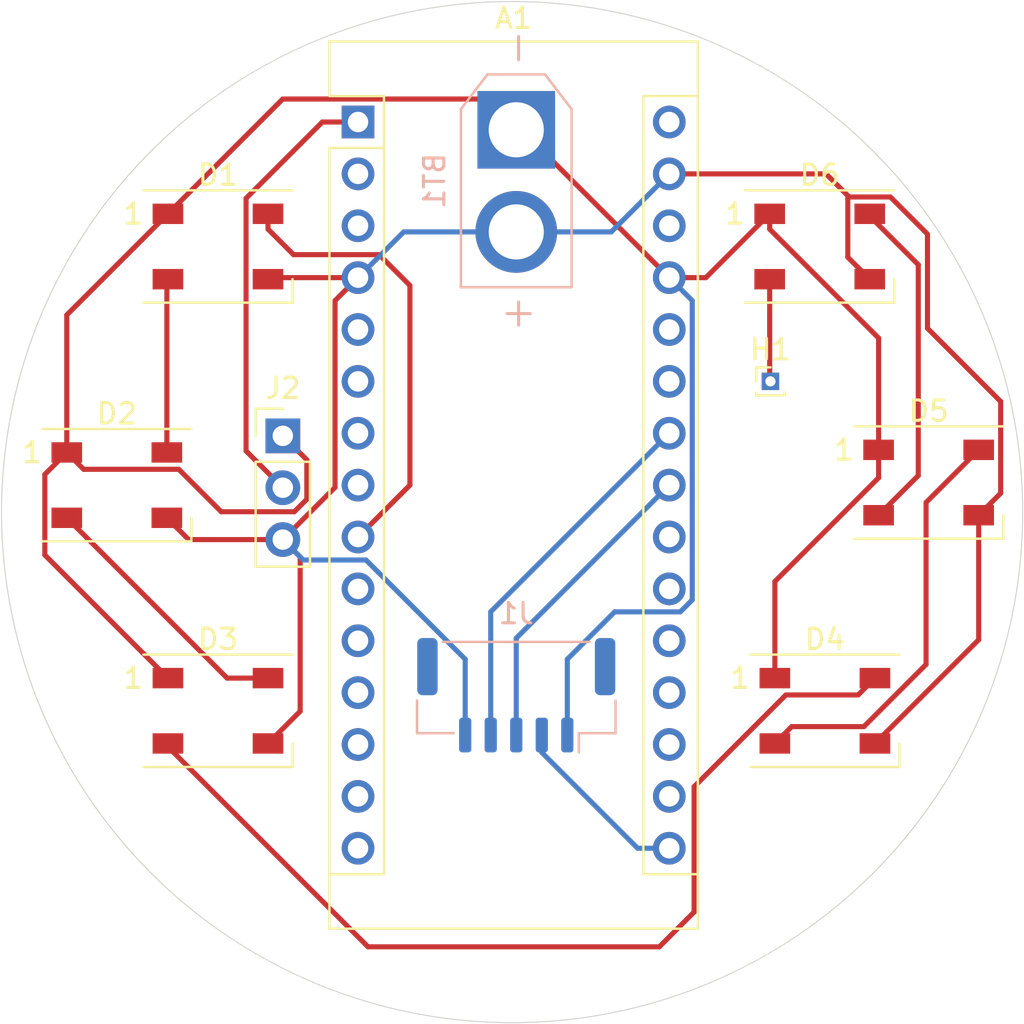
<source format=kicad_pcb>
(kicad_pcb (version 20171130) (host pcbnew "(5.1.6)-1")

  (general
    (thickness 1.6)
    (drawings 2)
    (tracks 102)
    (zones 0)
    (modules 11)
    (nets 36)
  )

  (page A4)
  (layers
    (0 F.Cu signal)
    (31 B.Cu signal)
    (32 B.Adhes user)
    (33 F.Adhes user)
    (34 B.Paste user)
    (35 F.Paste user)
    (36 B.SilkS user)
    (37 F.SilkS user)
    (38 B.Mask user)
    (39 F.Mask user)
    (40 Dwgs.User user)
    (41 Cmts.User user)
    (42 Eco1.User user)
    (43 Eco2.User user)
    (44 Edge.Cuts user)
    (45 Margin user)
    (46 B.CrtYd user)
    (47 F.CrtYd user)
    (48 B.Fab user)
    (49 F.Fab user)
  )

  (setup
    (last_trace_width 0.25)
    (trace_clearance 0.2)
    (zone_clearance 0.508)
    (zone_45_only no)
    (trace_min 0.2)
    (via_size 0.8)
    (via_drill 0.4)
    (via_min_size 0.4)
    (via_min_drill 0.3)
    (uvia_size 0.3)
    (uvia_drill 0.1)
    (uvias_allowed no)
    (uvia_min_size 0.2)
    (uvia_min_drill 0.1)
    (edge_width 0.05)
    (segment_width 0.2)
    (pcb_text_width 0.3)
    (pcb_text_size 1.5 1.5)
    (mod_edge_width 0.12)
    (mod_text_size 1 1)
    (mod_text_width 0.15)
    (pad_size 1.524 1.524)
    (pad_drill 0.762)
    (pad_to_mask_clearance 0.05)
    (aux_axis_origin 0 0)
    (visible_elements 7FFFEFFF)
    (pcbplotparams
      (layerselection 0x010fc_ffffffff)
      (usegerberextensions false)
      (usegerberattributes true)
      (usegerberadvancedattributes true)
      (creategerberjobfile true)
      (excludeedgelayer true)
      (linewidth 0.100000)
      (plotframeref false)
      (viasonmask false)
      (mode 1)
      (useauxorigin false)
      (hpglpennumber 1)
      (hpglpenspeed 20)
      (hpglpendiameter 15.000000)
      (psnegative false)
      (psa4output false)
      (plotreference true)
      (plotvalue true)
      (plotinvisibletext false)
      (padsonsilk false)
      (subtractmaskfromsilk false)
      (outputformat 1)
      (mirror false)
      (drillshape 1)
      (scaleselection 1)
      (outputdirectory ""))
  )

  (net 0 "")
  (net 1 /SCK)
  (net 2 "Net-(A1-Pad15)")
  (net 3 "Net-(A1-Pad30)")
  (net 4 "Net-(A1-Pad14)")
  (net 5 GND)
  (net 6 "Net-(A1-Pad13)")
  (net 7 "Net-(A1-Pad28)")
  (net 8 "Net-(A1-Pad12)")
  (net 9 +5V)
  (net 10 /NFC2)
  (net 11 "Net-(A1-Pad26)")
  (net 12 /NFC1)
  (net 13 "Net-(A1-Pad25)")
  (net 14 /RGBW)
  (net 15 /SCL)
  (net 16 "Net-(A1-Pad8)")
  (net 17 /SDA)
  (net 18 "Net-(A1-Pad7)")
  (net 19 "Net-(A1-Pad22)")
  (net 20 "Net-(A1-Pad6)")
  (net 21 "Net-(A1-Pad21)")
  (net 22 "Net-(A1-Pad5)")
  (net 23 "Net-(A1-Pad20)")
  (net 24 "Net-(A1-Pad19)")
  (net 25 "Net-(A1-Pad3)")
  (net 26 "Net-(A1-Pad18)")
  (net 27 "Net-(A1-Pad2)")
  (net 28 "Net-(A1-Pad17)")
  (net 29 /VibrationMotor)
  (net 30 "Net-(D1-Pad2)")
  (net 31 "Net-(D2-Pad2)")
  (net 32 "Net-(D3-Pad2)")
  (net 33 "Net-(D4-Pad2)")
  (net 34 "Net-(D5-Pad2)")
  (net 35 "Net-(D6-Pad2)")

  (net_class Default "This is the default net class."
    (clearance 0.2)
    (trace_width 0.25)
    (via_dia 0.8)
    (via_drill 0.4)
    (uvia_dia 0.3)
    (uvia_drill 0.1)
    (add_net +5V)
    (add_net /NFC1)
    (add_net /NFC2)
    (add_net /RGBW)
    (add_net /SCK)
    (add_net /SCL)
    (add_net /SDA)
    (add_net /VibrationMotor)
    (add_net GND)
    (add_net "Net-(A1-Pad12)")
    (add_net "Net-(A1-Pad13)")
    (add_net "Net-(A1-Pad14)")
    (add_net "Net-(A1-Pad15)")
    (add_net "Net-(A1-Pad17)")
    (add_net "Net-(A1-Pad18)")
    (add_net "Net-(A1-Pad19)")
    (add_net "Net-(A1-Pad2)")
    (add_net "Net-(A1-Pad20)")
    (add_net "Net-(A1-Pad21)")
    (add_net "Net-(A1-Pad22)")
    (add_net "Net-(A1-Pad25)")
    (add_net "Net-(A1-Pad26)")
    (add_net "Net-(A1-Pad28)")
    (add_net "Net-(A1-Pad3)")
    (add_net "Net-(A1-Pad30)")
    (add_net "Net-(A1-Pad5)")
    (add_net "Net-(A1-Pad6)")
    (add_net "Net-(A1-Pad7)")
    (add_net "Net-(A1-Pad8)")
    (add_net "Net-(D1-Pad2)")
    (add_net "Net-(D2-Pad2)")
    (add_net "Net-(D3-Pad2)")
    (add_net "Net-(D4-Pad2)")
    (add_net "Net-(D5-Pad2)")
    (add_net "Net-(D6-Pad2)")
  )

  (module Connector_PinHeader_2.54mm:PinHeader_1x03_P2.54mm_Vertical (layer F.Cu) (tedit 59FED5CC) (tstamp 5F60D670)
    (at 88.773 96.266)
    (descr "Through hole straight pin header, 1x03, 2.54mm pitch, single row")
    (tags "Through hole pin header THT 1x03 2.54mm single row")
    (path /5F60CF12)
    (fp_text reference J2 (at 0 -2.33) (layer F.SilkS)
      (effects (font (size 1 1) (thickness 0.15)))
    )
    (fp_text value Conn_01x03_Female_VibrationMotor (at 0 7.41) (layer F.Fab)
      (effects (font (size 1 1) (thickness 0.15)))
    )
    (fp_line (start 1.8 -1.8) (end -1.8 -1.8) (layer F.CrtYd) (width 0.05))
    (fp_line (start 1.8 6.85) (end 1.8 -1.8) (layer F.CrtYd) (width 0.05))
    (fp_line (start -1.8 6.85) (end 1.8 6.85) (layer F.CrtYd) (width 0.05))
    (fp_line (start -1.8 -1.8) (end -1.8 6.85) (layer F.CrtYd) (width 0.05))
    (fp_line (start -1.33 -1.33) (end 0 -1.33) (layer F.SilkS) (width 0.12))
    (fp_line (start -1.33 0) (end -1.33 -1.33) (layer F.SilkS) (width 0.12))
    (fp_line (start -1.33 1.27) (end 1.33 1.27) (layer F.SilkS) (width 0.12))
    (fp_line (start 1.33 1.27) (end 1.33 6.41) (layer F.SilkS) (width 0.12))
    (fp_line (start -1.33 1.27) (end -1.33 6.41) (layer F.SilkS) (width 0.12))
    (fp_line (start -1.33 6.41) (end 1.33 6.41) (layer F.SilkS) (width 0.12))
    (fp_line (start -1.27 -0.635) (end -0.635 -1.27) (layer F.Fab) (width 0.1))
    (fp_line (start -1.27 6.35) (end -1.27 -0.635) (layer F.Fab) (width 0.1))
    (fp_line (start 1.27 6.35) (end -1.27 6.35) (layer F.Fab) (width 0.1))
    (fp_line (start 1.27 -1.27) (end 1.27 6.35) (layer F.Fab) (width 0.1))
    (fp_line (start -0.635 -1.27) (end 1.27 -1.27) (layer F.Fab) (width 0.1))
    (fp_text user %R (at 0 2.54 90) (layer F.Fab)
      (effects (font (size 1 1) (thickness 0.15)))
    )
    (pad 3 thru_hole oval (at 0 5.08) (size 1.7 1.7) (drill 1) (layers *.Cu *.Mask)
      (net 5 GND))
    (pad 2 thru_hole oval (at 0 2.54) (size 1.7 1.7) (drill 1) (layers *.Cu *.Mask)
      (net 29 /VibrationMotor))
    (pad 1 thru_hole rect (at 0 0) (size 1.7 1.7) (drill 1) (layers *.Cu *.Mask)
      (net 9 +5V))
    (model ${KISYS3DMOD}/Connector_PinHeader_2.54mm.3dshapes/PinHeader_1x03_P2.54mm_Vertical.wrl
      (at (xyz 0 0 0))
      (scale (xyz 1 1 1))
      (rotate (xyz 0 0 0))
    )
  )

  (module Connector_JST:JST_GH_BM05B-GHS-TBT_1x05-1MP_P1.25mm_Vertical (layer B.Cu) (tedit 5B78AD87) (tstamp 5F60D659)
    (at 100.203 108.966 180)
    (descr "JST GH series connector, BM05B-GHS-TBT (http://www.jst-mfg.com/product/pdf/eng/eGH.pdf), generated with kicad-footprint-generator")
    (tags "connector JST GH side entry")
    (path /5F618F19)
    (attr smd)
    (fp_text reference J1 (at 0 4) (layer B.SilkS)
      (effects (font (size 1 1) (thickness 0.15)) (justify mirror))
    )
    (fp_text value Conn_01x05_NFC (at 0 -4) (layer B.Fab)
      (effects (font (size 1 1) (thickness 0.15)) (justify mirror))
    )
    (fp_line (start -2.5 -1.042893) (end -2 -1.75) (layer B.Fab) (width 0.1))
    (fp_line (start -3 -1.75) (end -2.5 -1.042893) (layer B.Fab) (width 0.1))
    (fp_line (start 5.35 3.3) (end -5.35 3.3) (layer B.CrtYd) (width 0.05))
    (fp_line (start 5.35 -3.3) (end 5.35 3.3) (layer B.CrtYd) (width 0.05))
    (fp_line (start -5.35 -3.3) (end 5.35 -3.3) (layer B.CrtYd) (width 0.05))
    (fp_line (start -5.35 3.3) (end -5.35 -3.3) (layer B.CrtYd) (width 0.05))
    (fp_line (start 2.75 0.5) (end 2.25 0.5) (layer B.Fab) (width 0.1))
    (fp_line (start 2.75 0) (end 2.75 0.5) (layer B.Fab) (width 0.1))
    (fp_line (start 2.25 0) (end 2.75 0) (layer B.Fab) (width 0.1))
    (fp_line (start 2.25 0.5) (end 2.25 0) (layer B.Fab) (width 0.1))
    (fp_line (start 1.5 0.5) (end 1 0.5) (layer B.Fab) (width 0.1))
    (fp_line (start 1.5 0) (end 1.5 0.5) (layer B.Fab) (width 0.1))
    (fp_line (start 1 0) (end 1.5 0) (layer B.Fab) (width 0.1))
    (fp_line (start 1 0.5) (end 1 0) (layer B.Fab) (width 0.1))
    (fp_line (start 0.25 0.5) (end -0.25 0.5) (layer B.Fab) (width 0.1))
    (fp_line (start 0.25 0) (end 0.25 0.5) (layer B.Fab) (width 0.1))
    (fp_line (start -0.25 0) (end 0.25 0) (layer B.Fab) (width 0.1))
    (fp_line (start -0.25 0.5) (end -0.25 0) (layer B.Fab) (width 0.1))
    (fp_line (start -1 0.5) (end -1.5 0.5) (layer B.Fab) (width 0.1))
    (fp_line (start -1 0) (end -1 0.5) (layer B.Fab) (width 0.1))
    (fp_line (start -1.5 0) (end -1 0) (layer B.Fab) (width 0.1))
    (fp_line (start -1.5 0.5) (end -1.5 0) (layer B.Fab) (width 0.1))
    (fp_line (start -2.25 0.5) (end -2.75 0.5) (layer B.Fab) (width 0.1))
    (fp_line (start -2.25 0) (end -2.25 0.5) (layer B.Fab) (width 0.1))
    (fp_line (start -2.75 0) (end -2.25 0) (layer B.Fab) (width 0.1))
    (fp_line (start -2.75 0.5) (end -2.75 0) (layer B.Fab) (width 0.1))
    (fp_line (start 4.75 -1.75) (end 4.75 2.5) (layer B.Fab) (width 0.1))
    (fp_line (start -4.75 -1.75) (end -4.75 2.5) (layer B.Fab) (width 0.1))
    (fp_line (start -4.75 2.5) (end 4.75 2.5) (layer B.Fab) (width 0.1))
    (fp_line (start -3.59 2.61) (end 3.59 2.61) (layer B.SilkS) (width 0.12))
    (fp_line (start 4.86 -1.86) (end 3.06 -1.86) (layer B.SilkS) (width 0.12))
    (fp_line (start 4.86 -0.26) (end 4.86 -1.86) (layer B.SilkS) (width 0.12))
    (fp_line (start -3.06 -1.86) (end -3.06 -2.8) (layer B.SilkS) (width 0.12))
    (fp_line (start -4.86 -1.86) (end -3.06 -1.86) (layer B.SilkS) (width 0.12))
    (fp_line (start -4.86 -0.26) (end -4.86 -1.86) (layer B.SilkS) (width 0.12))
    (fp_line (start -4.75 -1.75) (end 4.75 -1.75) (layer B.Fab) (width 0.1))
    (fp_text user %R (at 0 1.5) (layer B.Fab)
      (effects (font (size 1 1) (thickness 0.15)) (justify mirror))
    )
    (pad MP smd roundrect (at 4.35 1.4 180) (size 1 2.8) (layers B.Cu B.Paste B.Mask) (roundrect_rratio 0.25))
    (pad MP smd roundrect (at -4.35 1.4 180) (size 1 2.8) (layers B.Cu B.Paste B.Mask) (roundrect_rratio 0.25))
    (pad 5 smd roundrect (at 2.5 -1.95 180) (size 0.6 1.7) (layers B.Cu B.Paste B.Mask) (roundrect_rratio 0.25)
      (net 5 GND))
    (pad 4 smd roundrect (at 1.25 -1.95 180) (size 0.6 1.7) (layers B.Cu B.Paste B.Mask) (roundrect_rratio 0.25)
      (net 15 /SCL))
    (pad 3 smd roundrect (at 0 -1.95 180) (size 0.6 1.7) (layers B.Cu B.Paste B.Mask) (roundrect_rratio 0.25)
      (net 17 /SDA))
    (pad 2 smd roundrect (at -1.25 -1.95 180) (size 0.6 1.7) (layers B.Cu B.Paste B.Mask) (roundrect_rratio 0.25)
      (net 1 /SCK))
    (pad 1 smd roundrect (at -2.5 -1.95 180) (size 0.6 1.7) (layers B.Cu B.Paste B.Mask) (roundrect_rratio 0.25)
      (net 9 +5V))
    (model ${KISYS3DMOD}/Connector_JST.3dshapes/JST_GH_BM05B-GHS-TBT_1x05-1MP_P1.25mm_Vertical.wrl
      (at (xyz 0 0 0))
      (scale (xyz 1 1 1))
      (rotate (xyz 0 0 0))
    )
  )

  (module Connector_PinHeader_1.00mm:PinHeader_1x01_P1.00mm_Vertical (layer F.Cu) (tedit 59FED738) (tstamp 5F60D629)
    (at 112.649 93.599)
    (descr "Through hole straight pin header, 1x01, 1.00mm pitch, single row")
    (tags "Through hole pin header THT 1x01 1.00mm single row")
    (path /5F64094E)
    (fp_text reference H1 (at 0 -1.56) (layer F.SilkS)
      (effects (font (size 1 1) (thickness 0.15)))
    )
    (fp_text value MountingHole_Pad (at 0 1.56) (layer F.Fab)
      (effects (font (size 1 1) (thickness 0.15)))
    )
    (fp_line (start 1.15 -1) (end -1.15 -1) (layer F.CrtYd) (width 0.05))
    (fp_line (start 1.15 1) (end 1.15 -1) (layer F.CrtYd) (width 0.05))
    (fp_line (start -1.15 1) (end 1.15 1) (layer F.CrtYd) (width 0.05))
    (fp_line (start -1.15 -1) (end -1.15 1) (layer F.CrtYd) (width 0.05))
    (fp_line (start -0.695 -0.685) (end 0 -0.685) (layer F.SilkS) (width 0.12))
    (fp_line (start -0.695 0) (end -0.695 -0.685) (layer F.SilkS) (width 0.12))
    (fp_line (start 0.608276 0.685) (end 0.695 0.685) (layer F.SilkS) (width 0.12))
    (fp_line (start -0.695 0.685) (end -0.608276 0.685) (layer F.SilkS) (width 0.12))
    (fp_line (start 0.695 0.685) (end 0.695 0.56) (layer F.SilkS) (width 0.12))
    (fp_line (start -0.695 0.685) (end -0.695 0.56) (layer F.SilkS) (width 0.12))
    (fp_line (start -0.695 0.685) (end 0.695 0.685) (layer F.SilkS) (width 0.12))
    (fp_line (start -0.635 -0.1825) (end -0.3175 -0.5) (layer F.Fab) (width 0.1))
    (fp_line (start -0.635 0.5) (end -0.635 -0.1825) (layer F.Fab) (width 0.1))
    (fp_line (start 0.635 0.5) (end -0.635 0.5) (layer F.Fab) (width 0.1))
    (fp_line (start 0.635 -0.5) (end 0.635 0.5) (layer F.Fab) (width 0.1))
    (fp_line (start -0.3175 -0.5) (end 0.635 -0.5) (layer F.Fab) (width 0.1))
    (fp_text user %R (at 0 0 90) (layer F.Fab)
      (effects (font (size 0.76 0.76) (thickness 0.114)))
    )
    (pad 1 thru_hole rect (at 0 0) (size 0.85 0.85) (drill 0.5) (layers *.Cu *.Mask)
      (net 35 "Net-(D6-Pad2)"))
    (model ${KISYS3DMOD}/Connector_PinHeader_1.00mm.3dshapes/PinHeader_1x01_P1.00mm_Vertical.wrl
      (at (xyz 0 0 0))
      (scale (xyz 1 1 1))
      (rotate (xyz 0 0 0))
    )
  )

  (module LED_SMD:LED_WS2812B_PLCC4_5.0x5.0mm_P3.2mm (layer F.Cu) (tedit 5AA4B285) (tstamp 5F60DD97)
    (at 115.062 86.995)
    (descr https://cdn-shop.adafruit.com/datasheets/WS2812B.pdf)
    (tags "LED RGB NeoPixel")
    (path /5F60E008)
    (attr smd)
    (fp_text reference D6 (at 0 -3.5) (layer F.SilkS)
      (effects (font (size 1 1) (thickness 0.15)))
    )
    (fp_text value WS2812B (at 0 4) (layer F.Fab)
      (effects (font (size 1 1) (thickness 0.15)))
    )
    (fp_circle (center 0 0) (end 0 -2) (layer F.Fab) (width 0.1))
    (fp_line (start 3.65 2.75) (end 3.65 1.6) (layer F.SilkS) (width 0.12))
    (fp_line (start -3.65 2.75) (end 3.65 2.75) (layer F.SilkS) (width 0.12))
    (fp_line (start -3.65 -2.75) (end 3.65 -2.75) (layer F.SilkS) (width 0.12))
    (fp_line (start 2.5 -2.5) (end -2.5 -2.5) (layer F.Fab) (width 0.1))
    (fp_line (start 2.5 2.5) (end 2.5 -2.5) (layer F.Fab) (width 0.1))
    (fp_line (start -2.5 2.5) (end 2.5 2.5) (layer F.Fab) (width 0.1))
    (fp_line (start -2.5 -2.5) (end -2.5 2.5) (layer F.Fab) (width 0.1))
    (fp_line (start 2.5 1.5) (end 1.5 2.5) (layer F.Fab) (width 0.1))
    (fp_line (start -3.45 -2.75) (end -3.45 2.75) (layer F.CrtYd) (width 0.05))
    (fp_line (start -3.45 2.75) (end 3.45 2.75) (layer F.CrtYd) (width 0.05))
    (fp_line (start 3.45 2.75) (end 3.45 -2.75) (layer F.CrtYd) (width 0.05))
    (fp_line (start 3.45 -2.75) (end -3.45 -2.75) (layer F.CrtYd) (width 0.05))
    (fp_text user %R (at 0 0) (layer F.Fab)
      (effects (font (size 0.8 0.8) (thickness 0.15)))
    )
    (fp_text user 1 (at -4.15 -1.6) (layer F.SilkS)
      (effects (font (size 1 1) (thickness 0.15)))
    )
    (pad 1 smd rect (at -2.45 -1.6) (size 1.5 1) (layers F.Cu F.Paste F.Mask)
      (net 9 +5V))
    (pad 2 smd rect (at -2.45 1.6) (size 1.5 1) (layers F.Cu F.Paste F.Mask)
      (net 35 "Net-(D6-Pad2)"))
    (pad 4 smd rect (at 2.45 -1.6) (size 1.5 1) (layers F.Cu F.Paste F.Mask)
      (net 34 "Net-(D5-Pad2)"))
    (pad 3 smd rect (at 2.45 1.6) (size 1.5 1) (layers F.Cu F.Paste F.Mask)
      (net 5 GND))
    (model ${KISYS3DMOD}/LED_SMD.3dshapes/LED_WS2812B_PLCC4_5.0x5.0mm_P3.2mm.wrl
      (at (xyz 0 0 0))
      (scale (xyz 1 1 1))
      (rotate (xyz 0 0 0))
    )
  )

  (module LED_SMD:LED_WS2812B_PLCC4_5.0x5.0mm_P3.2mm (layer F.Cu) (tedit 5AA4B285) (tstamp 5F60D5FC)
    (at 120.396 98.552)
    (descr https://cdn-shop.adafruit.com/datasheets/WS2812B.pdf)
    (tags "LED RGB NeoPixel")
    (path /5F60D2EA)
    (attr smd)
    (fp_text reference D5 (at 0 -3.5) (layer F.SilkS)
      (effects (font (size 1 1) (thickness 0.15)))
    )
    (fp_text value WS2812B (at 0 4) (layer F.Fab)
      (effects (font (size 1 1) (thickness 0.15)))
    )
    (fp_circle (center 0 0) (end 0 -2) (layer F.Fab) (width 0.1))
    (fp_line (start 3.65 2.75) (end 3.65 1.6) (layer F.SilkS) (width 0.12))
    (fp_line (start -3.65 2.75) (end 3.65 2.75) (layer F.SilkS) (width 0.12))
    (fp_line (start -3.65 -2.75) (end 3.65 -2.75) (layer F.SilkS) (width 0.12))
    (fp_line (start 2.5 -2.5) (end -2.5 -2.5) (layer F.Fab) (width 0.1))
    (fp_line (start 2.5 2.5) (end 2.5 -2.5) (layer F.Fab) (width 0.1))
    (fp_line (start -2.5 2.5) (end 2.5 2.5) (layer F.Fab) (width 0.1))
    (fp_line (start -2.5 -2.5) (end -2.5 2.5) (layer F.Fab) (width 0.1))
    (fp_line (start 2.5 1.5) (end 1.5 2.5) (layer F.Fab) (width 0.1))
    (fp_line (start -3.45 -2.75) (end -3.45 2.75) (layer F.CrtYd) (width 0.05))
    (fp_line (start -3.45 2.75) (end 3.45 2.75) (layer F.CrtYd) (width 0.05))
    (fp_line (start 3.45 2.75) (end 3.45 -2.75) (layer F.CrtYd) (width 0.05))
    (fp_line (start 3.45 -2.75) (end -3.45 -2.75) (layer F.CrtYd) (width 0.05))
    (fp_text user %R (at 0 0) (layer F.Fab)
      (effects (font (size 0.8 0.8) (thickness 0.15)))
    )
    (fp_text user 1 (at -4.15 -1.6) (layer F.SilkS)
      (effects (font (size 1 1) (thickness 0.15)))
    )
    (pad 1 smd rect (at -2.45 -1.6) (size 1.5 1) (layers F.Cu F.Paste F.Mask)
      (net 9 +5V))
    (pad 2 smd rect (at -2.45 1.6) (size 1.5 1) (layers F.Cu F.Paste F.Mask)
      (net 34 "Net-(D5-Pad2)"))
    (pad 4 smd rect (at 2.45 -1.6) (size 1.5 1) (layers F.Cu F.Paste F.Mask)
      (net 33 "Net-(D4-Pad2)"))
    (pad 3 smd rect (at 2.45 1.6) (size 1.5 1) (layers F.Cu F.Paste F.Mask)
      (net 5 GND))
    (model ${KISYS3DMOD}/LED_SMD.3dshapes/LED_WS2812B_PLCC4_5.0x5.0mm_P3.2mm.wrl
      (at (xyz 0 0 0))
      (scale (xyz 1 1 1))
      (rotate (xyz 0 0 0))
    )
  )

  (module LED_SMD:LED_WS2812B_PLCC4_5.0x5.0mm_P3.2mm (layer F.Cu) (tedit 5AA4B285) (tstamp 5F60D5E5)
    (at 115.316 109.728)
    (descr https://cdn-shop.adafruit.com/datasheets/WS2812B.pdf)
    (tags "LED RGB NeoPixel")
    (path /5F60C729)
    (attr smd)
    (fp_text reference D4 (at 0 -3.5) (layer F.SilkS)
      (effects (font (size 1 1) (thickness 0.15)))
    )
    (fp_text value WS2812B (at 0 4) (layer F.Fab)
      (effects (font (size 1 1) (thickness 0.15)))
    )
    (fp_circle (center 0 0) (end 0 -2) (layer F.Fab) (width 0.1))
    (fp_line (start 3.65 2.75) (end 3.65 1.6) (layer F.SilkS) (width 0.12))
    (fp_line (start -3.65 2.75) (end 3.65 2.75) (layer F.SilkS) (width 0.12))
    (fp_line (start -3.65 -2.75) (end 3.65 -2.75) (layer F.SilkS) (width 0.12))
    (fp_line (start 2.5 -2.5) (end -2.5 -2.5) (layer F.Fab) (width 0.1))
    (fp_line (start 2.5 2.5) (end 2.5 -2.5) (layer F.Fab) (width 0.1))
    (fp_line (start -2.5 2.5) (end 2.5 2.5) (layer F.Fab) (width 0.1))
    (fp_line (start -2.5 -2.5) (end -2.5 2.5) (layer F.Fab) (width 0.1))
    (fp_line (start 2.5 1.5) (end 1.5 2.5) (layer F.Fab) (width 0.1))
    (fp_line (start -3.45 -2.75) (end -3.45 2.75) (layer F.CrtYd) (width 0.05))
    (fp_line (start -3.45 2.75) (end 3.45 2.75) (layer F.CrtYd) (width 0.05))
    (fp_line (start 3.45 2.75) (end 3.45 -2.75) (layer F.CrtYd) (width 0.05))
    (fp_line (start 3.45 -2.75) (end -3.45 -2.75) (layer F.CrtYd) (width 0.05))
    (fp_text user %R (at 0 0) (layer F.Fab)
      (effects (font (size 0.8 0.8) (thickness 0.15)))
    )
    (fp_text user 1 (at -4.15 -1.6) (layer F.SilkS)
      (effects (font (size 1 1) (thickness 0.15)))
    )
    (pad 1 smd rect (at -2.45 -1.6) (size 1.5 1) (layers F.Cu F.Paste F.Mask)
      (net 9 +5V))
    (pad 2 smd rect (at -2.45 1.6) (size 1.5 1) (layers F.Cu F.Paste F.Mask)
      (net 33 "Net-(D4-Pad2)"))
    (pad 4 smd rect (at 2.45 -1.6) (size 1.5 1) (layers F.Cu F.Paste F.Mask)
      (net 32 "Net-(D3-Pad2)"))
    (pad 3 smd rect (at 2.45 1.6) (size 1.5 1) (layers F.Cu F.Paste F.Mask)
      (net 5 GND))
    (model ${KISYS3DMOD}/LED_SMD.3dshapes/LED_WS2812B_PLCC4_5.0x5.0mm_P3.2mm.wrl
      (at (xyz 0 0 0))
      (scale (xyz 1 1 1))
      (rotate (xyz 0 0 0))
    )
  )

  (module LED_SMD:LED_WS2812B_PLCC4_5.0x5.0mm_P3.2mm (layer F.Cu) (tedit 5AA4B285) (tstamp 5F60D5CE)
    (at 85.598 109.728)
    (descr https://cdn-shop.adafruit.com/datasheets/WS2812B.pdf)
    (tags "LED RGB NeoPixel")
    (path /5F608368)
    (attr smd)
    (fp_text reference D3 (at 0 -3.5) (layer F.SilkS)
      (effects (font (size 1 1) (thickness 0.15)))
    )
    (fp_text value WS2812B (at 0 4) (layer F.Fab)
      (effects (font (size 1 1) (thickness 0.15)))
    )
    (fp_circle (center 0 0) (end 0 -2) (layer F.Fab) (width 0.1))
    (fp_line (start 3.65 2.75) (end 3.65 1.6) (layer F.SilkS) (width 0.12))
    (fp_line (start -3.65 2.75) (end 3.65 2.75) (layer F.SilkS) (width 0.12))
    (fp_line (start -3.65 -2.75) (end 3.65 -2.75) (layer F.SilkS) (width 0.12))
    (fp_line (start 2.5 -2.5) (end -2.5 -2.5) (layer F.Fab) (width 0.1))
    (fp_line (start 2.5 2.5) (end 2.5 -2.5) (layer F.Fab) (width 0.1))
    (fp_line (start -2.5 2.5) (end 2.5 2.5) (layer F.Fab) (width 0.1))
    (fp_line (start -2.5 -2.5) (end -2.5 2.5) (layer F.Fab) (width 0.1))
    (fp_line (start 2.5 1.5) (end 1.5 2.5) (layer F.Fab) (width 0.1))
    (fp_line (start -3.45 -2.75) (end -3.45 2.75) (layer F.CrtYd) (width 0.05))
    (fp_line (start -3.45 2.75) (end 3.45 2.75) (layer F.CrtYd) (width 0.05))
    (fp_line (start 3.45 2.75) (end 3.45 -2.75) (layer F.CrtYd) (width 0.05))
    (fp_line (start 3.45 -2.75) (end -3.45 -2.75) (layer F.CrtYd) (width 0.05))
    (fp_text user %R (at 0 0) (layer F.Fab)
      (effects (font (size 0.8 0.8) (thickness 0.15)))
    )
    (fp_text user 1 (at -4.15 -1.6) (layer F.SilkS)
      (effects (font (size 1 1) (thickness 0.15)))
    )
    (pad 1 smd rect (at -2.45 -1.6) (size 1.5 1) (layers F.Cu F.Paste F.Mask)
      (net 9 +5V))
    (pad 2 smd rect (at -2.45 1.6) (size 1.5 1) (layers F.Cu F.Paste F.Mask)
      (net 32 "Net-(D3-Pad2)"))
    (pad 4 smd rect (at 2.45 -1.6) (size 1.5 1) (layers F.Cu F.Paste F.Mask)
      (net 31 "Net-(D2-Pad2)"))
    (pad 3 smd rect (at 2.45 1.6) (size 1.5 1) (layers F.Cu F.Paste F.Mask)
      (net 5 GND))
    (model ${KISYS3DMOD}/LED_SMD.3dshapes/LED_WS2812B_PLCC4_5.0x5.0mm_P3.2mm.wrl
      (at (xyz 0 0 0))
      (scale (xyz 1 1 1))
      (rotate (xyz 0 0 0))
    )
  )

  (module LED_SMD:LED_WS2812B_PLCC4_5.0x5.0mm_P3.2mm (layer F.Cu) (tedit 5AA4B285) (tstamp 5F60DB0E)
    (at 80.645 98.679)
    (descr https://cdn-shop.adafruit.com/datasheets/WS2812B.pdf)
    (tags "LED RGB NeoPixel")
    (path /5F606A1F)
    (attr smd)
    (fp_text reference D2 (at 0 -3.5) (layer F.SilkS)
      (effects (font (size 1 1) (thickness 0.15)))
    )
    (fp_text value WS2812B (at 0 4) (layer F.Fab)
      (effects (font (size 1 1) (thickness 0.15)))
    )
    (fp_circle (center 0 0) (end 0 -2) (layer F.Fab) (width 0.1))
    (fp_line (start 3.65 2.75) (end 3.65 1.6) (layer F.SilkS) (width 0.12))
    (fp_line (start -3.65 2.75) (end 3.65 2.75) (layer F.SilkS) (width 0.12))
    (fp_line (start -3.65 -2.75) (end 3.65 -2.75) (layer F.SilkS) (width 0.12))
    (fp_line (start 2.5 -2.5) (end -2.5 -2.5) (layer F.Fab) (width 0.1))
    (fp_line (start 2.5 2.5) (end 2.5 -2.5) (layer F.Fab) (width 0.1))
    (fp_line (start -2.5 2.5) (end 2.5 2.5) (layer F.Fab) (width 0.1))
    (fp_line (start -2.5 -2.5) (end -2.5 2.5) (layer F.Fab) (width 0.1))
    (fp_line (start 2.5 1.5) (end 1.5 2.5) (layer F.Fab) (width 0.1))
    (fp_line (start -3.45 -2.75) (end -3.45 2.75) (layer F.CrtYd) (width 0.05))
    (fp_line (start -3.45 2.75) (end 3.45 2.75) (layer F.CrtYd) (width 0.05))
    (fp_line (start 3.45 2.75) (end 3.45 -2.75) (layer F.CrtYd) (width 0.05))
    (fp_line (start 3.45 -2.75) (end -3.45 -2.75) (layer F.CrtYd) (width 0.05))
    (fp_text user %R (at 0 0) (layer F.Fab)
      (effects (font (size 0.8 0.8) (thickness 0.15)))
    )
    (fp_text user 1 (at -4.15 -1.6) (layer F.SilkS)
      (effects (font (size 1 1) (thickness 0.15)))
    )
    (pad 1 smd rect (at -2.45 -1.6) (size 1.5 1) (layers F.Cu F.Paste F.Mask)
      (net 9 +5V))
    (pad 2 smd rect (at -2.45 1.6) (size 1.5 1) (layers F.Cu F.Paste F.Mask)
      (net 31 "Net-(D2-Pad2)"))
    (pad 4 smd rect (at 2.45 -1.6) (size 1.5 1) (layers F.Cu F.Paste F.Mask)
      (net 30 "Net-(D1-Pad2)"))
    (pad 3 smd rect (at 2.45 1.6) (size 1.5 1) (layers F.Cu F.Paste F.Mask)
      (net 5 GND))
    (model ${KISYS3DMOD}/LED_SMD.3dshapes/LED_WS2812B_PLCC4_5.0x5.0mm_P3.2mm.wrl
      (at (xyz 0 0 0))
      (scale (xyz 1 1 1))
      (rotate (xyz 0 0 0))
    )
  )

  (module LED_SMD:LED_WS2812B_PLCC4_5.0x5.0mm_P3.2mm (layer F.Cu) (tedit 5AA4B285) (tstamp 5F60D5A0)
    (at 85.598 86.995)
    (descr https://cdn-shop.adafruit.com/datasheets/WS2812B.pdf)
    (tags "LED RGB NeoPixel")
    (path /5F6043E7)
    (attr smd)
    (fp_text reference D1 (at 0 -3.5) (layer F.SilkS)
      (effects (font (size 1 1) (thickness 0.15)))
    )
    (fp_text value WS2812B (at 0 4) (layer F.Fab)
      (effects (font (size 1 1) (thickness 0.15)))
    )
    (fp_circle (center 0 0) (end 0 -2) (layer F.Fab) (width 0.1))
    (fp_line (start 3.65 2.75) (end 3.65 1.6) (layer F.SilkS) (width 0.12))
    (fp_line (start -3.65 2.75) (end 3.65 2.75) (layer F.SilkS) (width 0.12))
    (fp_line (start -3.65 -2.75) (end 3.65 -2.75) (layer F.SilkS) (width 0.12))
    (fp_line (start 2.5 -2.5) (end -2.5 -2.5) (layer F.Fab) (width 0.1))
    (fp_line (start 2.5 2.5) (end 2.5 -2.5) (layer F.Fab) (width 0.1))
    (fp_line (start -2.5 2.5) (end 2.5 2.5) (layer F.Fab) (width 0.1))
    (fp_line (start -2.5 -2.5) (end -2.5 2.5) (layer F.Fab) (width 0.1))
    (fp_line (start 2.5 1.5) (end 1.5 2.5) (layer F.Fab) (width 0.1))
    (fp_line (start -3.45 -2.75) (end -3.45 2.75) (layer F.CrtYd) (width 0.05))
    (fp_line (start -3.45 2.75) (end 3.45 2.75) (layer F.CrtYd) (width 0.05))
    (fp_line (start 3.45 2.75) (end 3.45 -2.75) (layer F.CrtYd) (width 0.05))
    (fp_line (start 3.45 -2.75) (end -3.45 -2.75) (layer F.CrtYd) (width 0.05))
    (fp_text user %R (at 0 0) (layer F.Fab)
      (effects (font (size 0.8 0.8) (thickness 0.15)))
    )
    (fp_text user 1 (at -4.15 -1.6) (layer F.SilkS)
      (effects (font (size 1 1) (thickness 0.15)))
    )
    (pad 1 smd rect (at -2.45 -1.6) (size 1.5 1) (layers F.Cu F.Paste F.Mask)
      (net 9 +5V))
    (pad 2 smd rect (at -2.45 1.6) (size 1.5 1) (layers F.Cu F.Paste F.Mask)
      (net 30 "Net-(D1-Pad2)"))
    (pad 4 smd rect (at 2.45 -1.6) (size 1.5 1) (layers F.Cu F.Paste F.Mask)
      (net 14 /RGBW))
    (pad 3 smd rect (at 2.45 1.6) (size 1.5 1) (layers F.Cu F.Paste F.Mask)
      (net 5 GND))
    (model ${KISYS3DMOD}/LED_SMD.3dshapes/LED_WS2812B_PLCC4_5.0x5.0mm_P3.2mm.wrl
      (at (xyz 0 0 0))
      (scale (xyz 1 1 1))
      (rotate (xyz 0 0 0))
    )
  )

  (module Connector_AMASS:AMASS_XT30U-F_1x02_P5.0mm_Vertical (layer B.Cu) (tedit 5C8E9CDA) (tstamp 5F60D589)
    (at 100.203 81.28 270)
    (descr "Connector XT30 Vertical Cable Female, https://www.tme.eu/en/Document/3cbfa5cfa544d79584972dd5234a409e/XT30U%20SPEC.pdf")
    (tags "RC Connector XT30")
    (path /5F642495)
    (fp_text reference BT1 (at 2.5 4 90) (layer B.SilkS)
      (effects (font (size 1 1) (thickness 0.15)) (justify mirror))
    )
    (fp_text value Battery_Cell (at 2.5 -4 90) (layer B.Fab)
      (effects (font (size 1 1) (thickness 0.15)) (justify mirror))
    )
    (fp_line (start -3.1 -1.8) (end -1.4 -3.1) (layer B.CrtYd) (width 0.05))
    (fp_line (start -3.1 1.8) (end -1.4 3.1) (layer B.CrtYd) (width 0.05))
    (fp_line (start -1.4 -3.1) (end 8.1 -3.1) (layer B.CrtYd) (width 0.05))
    (fp_line (start -3.1 1.8) (end -3.1 -1.8) (layer B.CrtYd) (width 0.05))
    (fp_line (start 8.1 3.1) (end 8.1 -3.1) (layer B.CrtYd) (width 0.05))
    (fp_line (start -1.4 3.1) (end 8.1 3.1) (layer B.CrtYd) (width 0.05))
    (fp_line (start -2.71 1.41) (end -2.71 -1.41) (layer B.SilkS) (width 0.12))
    (fp_line (start -2.71 -1.41) (end -1.01 -2.71) (layer B.SilkS) (width 0.12))
    (fp_line (start -2.71 1.41) (end -1.01 2.71) (layer B.SilkS) (width 0.12))
    (fp_line (start -1.01 -2.71) (end 7.71 -2.71) (layer B.SilkS) (width 0.12))
    (fp_line (start 7.71 2.71) (end 7.71 -2.71) (layer B.SilkS) (width 0.12))
    (fp_line (start -1.01 2.71) (end 7.71 2.71) (layer B.SilkS) (width 0.12))
    (fp_line (start -2.6 -1.3) (end -0.9 -2.6) (layer B.Fab) (width 0.1))
    (fp_line (start -2.6 1.3) (end -0.9 2.6) (layer B.Fab) (width 0.1))
    (fp_line (start -0.9 -2.6) (end 7.6 -2.6) (layer B.Fab) (width 0.1))
    (fp_line (start -0.9 2.6) (end 7.6 2.6) (layer B.Fab) (width 0.1))
    (fp_line (start 7.6 2.6) (end 7.6 -2.6) (layer B.Fab) (width 0.1))
    (fp_line (start -2.6 1.3) (end -2.6 -1.3) (layer B.Fab) (width 0.1))
    (fp_text user - (at -4 0 90) (layer B.SilkS)
      (effects (font (size 1.5 1.5) (thickness 0.15)) (justify mirror))
    )
    (fp_text user + (at 9 0 90) (layer B.SilkS)
      (effects (font (size 1.5 1.5) (thickness 0.15)) (justify mirror))
    )
    (fp_text user %R (at 2.5 0 90) (layer B.Fab)
      (effects (font (size 1 1) (thickness 0.15)) (justify mirror))
    )
    (pad 2 thru_hole circle (at 5 0 270) (size 4 4) (drill 2.7) (layers *.Cu *.Mask)
      (net 5 GND))
    (pad 1 thru_hole rect (at 0 0 270) (size 3.8 3.8) (drill 2.7) (layers *.Cu *.Mask)
      (net 9 +5V))
    (model ${KISYS3DMOD}/Connector_AMASS.3dshapes/AMASS_XT30U-F_1x02_P5.0mm_Vertical.wrl
      (at (xyz 0 0 0))
      (scale (xyz 1 1 1))
      (rotate (xyz 0 0 0))
    )
  )

  (module Module:Arduino_Nano_WithMountingHoles (layer F.Cu) (tedit 58ACAF99) (tstamp 5F60D56E)
    (at 92.456 80.899)
    (descr "Arduino Nano, http://www.mouser.com/pdfdocs/Gravitech_Arduino_Nano3_0.pdf")
    (tags "Arduino Nano")
    (path /5F46BD4B)
    (fp_text reference A1 (at 7.62 -5.08) (layer F.SilkS)
      (effects (font (size 1 1) (thickness 0.15)))
    )
    (fp_text value Arduino_Nano_v2.x (at 8.89 15.24 90) (layer F.Fab)
      (effects (font (size 1 1) (thickness 0.15)))
    )
    (fp_line (start 16.75 42.16) (end -1.53 42.16) (layer F.CrtYd) (width 0.05))
    (fp_line (start 16.75 42.16) (end 16.75 -4.06) (layer F.CrtYd) (width 0.05))
    (fp_line (start -1.53 -4.06) (end -1.53 42.16) (layer F.CrtYd) (width 0.05))
    (fp_line (start -1.53 -4.06) (end 16.75 -4.06) (layer F.CrtYd) (width 0.05))
    (fp_line (start 16.51 -3.81) (end 16.51 39.37) (layer F.Fab) (width 0.1))
    (fp_line (start 0 -3.81) (end 16.51 -3.81) (layer F.Fab) (width 0.1))
    (fp_line (start -1.27 -2.54) (end 0 -3.81) (layer F.Fab) (width 0.1))
    (fp_line (start -1.27 39.37) (end -1.27 -2.54) (layer F.Fab) (width 0.1))
    (fp_line (start 16.51 39.37) (end -1.27 39.37) (layer F.Fab) (width 0.1))
    (fp_line (start 16.64 -3.94) (end -1.4 -3.94) (layer F.SilkS) (width 0.12))
    (fp_line (start 16.64 39.5) (end 16.64 -3.94) (layer F.SilkS) (width 0.12))
    (fp_line (start -1.4 39.5) (end 16.64 39.5) (layer F.SilkS) (width 0.12))
    (fp_line (start 3.81 41.91) (end 3.81 31.75) (layer F.Fab) (width 0.1))
    (fp_line (start 11.43 41.91) (end 3.81 41.91) (layer F.Fab) (width 0.1))
    (fp_line (start 11.43 31.75) (end 11.43 41.91) (layer F.Fab) (width 0.1))
    (fp_line (start 3.81 31.75) (end 11.43 31.75) (layer F.Fab) (width 0.1))
    (fp_line (start 1.27 36.83) (end -1.4 36.83) (layer F.SilkS) (width 0.12))
    (fp_line (start 1.27 1.27) (end 1.27 36.83) (layer F.SilkS) (width 0.12))
    (fp_line (start 1.27 1.27) (end -1.4 1.27) (layer F.SilkS) (width 0.12))
    (fp_line (start 13.97 36.83) (end 16.64 36.83) (layer F.SilkS) (width 0.12))
    (fp_line (start 13.97 -1.27) (end 13.97 36.83) (layer F.SilkS) (width 0.12))
    (fp_line (start 13.97 -1.27) (end 16.64 -1.27) (layer F.SilkS) (width 0.12))
    (fp_line (start -1.4 -3.94) (end -1.4 -1.27) (layer F.SilkS) (width 0.12))
    (fp_line (start -1.4 1.27) (end -1.4 39.5) (layer F.SilkS) (width 0.12))
    (fp_line (start 1.27 -1.27) (end -1.4 -1.27) (layer F.SilkS) (width 0.12))
    (fp_line (start 1.27 1.27) (end 1.27 -1.27) (layer F.SilkS) (width 0.12))
    (fp_text user %R (at 6.35 16.51 90) (layer F.Fab)
      (effects (font (size 1 1) (thickness 0.15)))
    )
    (pad "" np_thru_hole circle (at 0 38.1) (size 1.78 1.78) (drill 1.78) (layers *.Cu *.Mask))
    (pad "" np_thru_hole circle (at 15.24 38.1) (size 1.78 1.78) (drill 1.78) (layers *.Cu *.Mask))
    (pad "" np_thru_hole circle (at 15.24 -2.54) (size 1.78 1.78) (drill 1.78) (layers *.Cu *.Mask))
    (pad "" np_thru_hole circle (at 0 -2.54) (size 1.78 1.78) (drill 1.78) (layers *.Cu *.Mask))
    (pad 16 thru_hole oval (at 15.24 35.56) (size 1.6 1.6) (drill 1) (layers *.Cu *.Mask)
      (net 1 /SCK))
    (pad 15 thru_hole oval (at 0 35.56) (size 1.6 1.6) (drill 1) (layers *.Cu *.Mask)
      (net 2 "Net-(A1-Pad15)"))
    (pad 30 thru_hole oval (at 15.24 0) (size 1.6 1.6) (drill 1) (layers *.Cu *.Mask)
      (net 3 "Net-(A1-Pad30)"))
    (pad 14 thru_hole oval (at 0 33.02) (size 1.6 1.6) (drill 1) (layers *.Cu *.Mask)
      (net 4 "Net-(A1-Pad14)"))
    (pad 29 thru_hole oval (at 15.24 2.54) (size 1.6 1.6) (drill 1) (layers *.Cu *.Mask)
      (net 5 GND))
    (pad 13 thru_hole oval (at 0 30.48) (size 1.6 1.6) (drill 1) (layers *.Cu *.Mask)
      (net 6 "Net-(A1-Pad13)"))
    (pad 28 thru_hole oval (at 15.24 5.08) (size 1.6 1.6) (drill 1) (layers *.Cu *.Mask)
      (net 7 "Net-(A1-Pad28)"))
    (pad 12 thru_hole oval (at 0 27.94) (size 1.6 1.6) (drill 1) (layers *.Cu *.Mask)
      (net 8 "Net-(A1-Pad12)"))
    (pad 27 thru_hole oval (at 15.24 7.62) (size 1.6 1.6) (drill 1) (layers *.Cu *.Mask)
      (net 9 +5V))
    (pad 11 thru_hole oval (at 0 25.4) (size 1.6 1.6) (drill 1) (layers *.Cu *.Mask)
      (net 10 /NFC2))
    (pad 26 thru_hole oval (at 15.24 10.16) (size 1.6 1.6) (drill 1) (layers *.Cu *.Mask)
      (net 11 "Net-(A1-Pad26)"))
    (pad 10 thru_hole oval (at 0 22.86) (size 1.6 1.6) (drill 1) (layers *.Cu *.Mask)
      (net 12 /NFC1))
    (pad 25 thru_hole oval (at 15.24 12.7) (size 1.6 1.6) (drill 1) (layers *.Cu *.Mask)
      (net 13 "Net-(A1-Pad25)"))
    (pad 9 thru_hole oval (at 0 20.32) (size 1.6 1.6) (drill 1) (layers *.Cu *.Mask)
      (net 14 /RGBW))
    (pad 24 thru_hole oval (at 15.24 15.24) (size 1.6 1.6) (drill 1) (layers *.Cu *.Mask)
      (net 15 /SCL))
    (pad 8 thru_hole oval (at 0 17.78) (size 1.6 1.6) (drill 1) (layers *.Cu *.Mask)
      (net 16 "Net-(A1-Pad8)"))
    (pad 23 thru_hole oval (at 15.24 17.78) (size 1.6 1.6) (drill 1) (layers *.Cu *.Mask)
      (net 17 /SDA))
    (pad 7 thru_hole oval (at 0 15.24) (size 1.6 1.6) (drill 1) (layers *.Cu *.Mask)
      (net 18 "Net-(A1-Pad7)"))
    (pad 22 thru_hole oval (at 15.24 20.32) (size 1.6 1.6) (drill 1) (layers *.Cu *.Mask)
      (net 19 "Net-(A1-Pad22)"))
    (pad 6 thru_hole oval (at 0 12.7) (size 1.6 1.6) (drill 1) (layers *.Cu *.Mask)
      (net 20 "Net-(A1-Pad6)"))
    (pad 21 thru_hole oval (at 15.24 22.86) (size 1.6 1.6) (drill 1) (layers *.Cu *.Mask)
      (net 21 "Net-(A1-Pad21)"))
    (pad 5 thru_hole oval (at 0 10.16) (size 1.6 1.6) (drill 1) (layers *.Cu *.Mask)
      (net 22 "Net-(A1-Pad5)"))
    (pad 20 thru_hole oval (at 15.24 25.4) (size 1.6 1.6) (drill 1) (layers *.Cu *.Mask)
      (net 23 "Net-(A1-Pad20)"))
    (pad 4 thru_hole oval (at 0 7.62) (size 1.6 1.6) (drill 1) (layers *.Cu *.Mask)
      (net 5 GND))
    (pad 19 thru_hole oval (at 15.24 27.94) (size 1.6 1.6) (drill 1) (layers *.Cu *.Mask)
      (net 24 "Net-(A1-Pad19)"))
    (pad 3 thru_hole oval (at 0 5.08) (size 1.6 1.6) (drill 1) (layers *.Cu *.Mask)
      (net 25 "Net-(A1-Pad3)"))
    (pad 18 thru_hole oval (at 15.24 30.48) (size 1.6 1.6) (drill 1) (layers *.Cu *.Mask)
      (net 26 "Net-(A1-Pad18)"))
    (pad 2 thru_hole oval (at 0 2.54) (size 1.6 1.6) (drill 1) (layers *.Cu *.Mask)
      (net 27 "Net-(A1-Pad2)"))
    (pad 17 thru_hole oval (at 15.24 33.02) (size 1.6 1.6) (drill 1) (layers *.Cu *.Mask)
      (net 28 "Net-(A1-Pad17)"))
    (pad 1 thru_hole rect (at 0 0) (size 1.6 1.6) (drill 1) (layers *.Cu *.Mask)
      (net 29 /VibrationMotor))
    (model ${KISYS3DMOD}/Module.3dshapes/Arduino_Nano_WithMountingHoles.wrl
      (at (xyz 0 0 0))
      (scale (xyz 1 1 1))
      (rotate (xyz 0 0 0))
    )
  )

  (gr_circle (center 100 100) (end 125 100) (layer Edge.Cuts) (width 0.05))
  (gr_circle (center 100 100) (end 125 100) (layer Margin) (width 0.15))

  (segment (start 106.146 116.459) (end 107.696 116.459) (width 0.25) (layer B.Cu) (net 1))
  (segment (start 101.453 111.766) (end 106.146 116.459) (width 0.25) (layer B.Cu) (net 1))
  (segment (start 101.453 110.916) (end 101.453 111.766) (width 0.25) (layer B.Cu) (net 1))
  (segment (start 89.622999 102.195999) (end 88.773 101.346) (width 0.25) (layer F.Cu) (net 5))
  (segment (start 89.622999 109.753001) (end 89.622999 102.195999) (width 0.25) (layer F.Cu) (net 5))
  (segment (start 88.048 111.328) (end 89.622999 109.753001) (width 0.25) (layer F.Cu) (net 5))
  (segment (start 84.162 101.346) (end 83.095 100.279) (width 0.25) (layer F.Cu) (net 5))
  (segment (start 88.773 101.346) (end 84.162 101.346) (width 0.25) (layer F.Cu) (net 5))
  (segment (start 122.846 106.248) (end 117.766 111.328) (width 0.25) (layer F.Cu) (net 5))
  (segment (start 122.846 100.152) (end 122.846 106.248) (width 0.25) (layer F.Cu) (net 5))
  (segment (start 118.522001 84.569999) (end 116.501999 84.569999) (width 0.25) (layer F.Cu) (net 5))
  (segment (start 116.501999 84.569999) (end 116.436999 84.634999) (width 0.25) (layer F.Cu) (net 5))
  (segment (start 120.33801 86.386008) (end 118.522001 84.569999) (width 0.25) (layer F.Cu) (net 5))
  (segment (start 120.33801 91.00101) (end 120.33801 86.386008) (width 0.25) (layer F.Cu) (net 5))
  (segment (start 116.436999 84.634999) (end 116.436999 87.519999) (width 0.25) (layer F.Cu) (net 5))
  (segment (start 123.921001 94.584001) (end 120.33801 91.00101) (width 0.25) (layer F.Cu) (net 5))
  (segment (start 123.921001 99.076999) (end 123.921001 94.584001) (width 0.25) (layer F.Cu) (net 5))
  (segment (start 116.436999 87.519999) (end 117.512 88.595) (width 0.25) (layer F.Cu) (net 5))
  (segment (start 122.846 100.152) (end 123.921001 99.076999) (width 0.25) (layer F.Cu) (net 5))
  (segment (start 115.371 83.439) (end 116.501999 84.569999) (width 0.25) (layer F.Cu) (net 5))
  (segment (start 107.696 83.439) (end 115.371 83.439) (width 0.25) (layer F.Cu) (net 5))
  (segment (start 89.771001 102.344001) (end 88.773 101.346) (width 0.25) (layer B.Cu) (net 5))
  (segment (start 92.844191 102.344001) (end 89.771001 102.344001) (width 0.25) (layer B.Cu) (net 5))
  (segment (start 97.703 107.20281) (end 92.844191 102.344001) (width 0.25) (layer B.Cu) (net 5))
  (segment (start 97.703 110.916) (end 97.703 107.20281) (width 0.25) (layer B.Cu) (net 5))
  (segment (start 94.695 86.28) (end 92.456 88.519) (width 0.25) (layer B.Cu) (net 5))
  (segment (start 100.203 86.28) (end 94.695 86.28) (width 0.25) (layer B.Cu) (net 5))
  (segment (start 104.855 86.28) (end 107.696 83.439) (width 0.25) (layer B.Cu) (net 5))
  (segment (start 100.203 86.28) (end 104.855 86.28) (width 0.25) (layer B.Cu) (net 5))
  (segment (start 88.124 88.519) (end 88.048 88.595) (width 0.25) (layer F.Cu) (net 5))
  (segment (start 92.456 88.519) (end 88.124 88.519) (width 0.25) (layer F.Cu) (net 5))
  (segment (start 91.330999 89.644001) (end 92.456 88.519) (width 0.25) (layer F.Cu) (net 5))
  (segment (start 91.330999 98.788001) (end 91.330999 89.644001) (width 0.25) (layer F.Cu) (net 5))
  (segment (start 88.773 101.346) (end 91.330999 98.788001) (width 0.25) (layer F.Cu) (net 5))
  (segment (start 100.457 81.28) (end 107.696 88.519) (width 0.25) (layer F.Cu) (net 9))
  (segment (start 100.203 81.28) (end 100.457 81.28) (width 0.25) (layer F.Cu) (net 9))
  (segment (start 88.769001 79.773999) (end 83.148 85.395) (width 0.25) (layer F.Cu) (net 9))
  (segment (start 98.696999 79.773999) (end 88.769001 79.773999) (width 0.25) (layer F.Cu) (net 9))
  (segment (start 100.203 81.28) (end 98.696999 79.773999) (width 0.25) (layer F.Cu) (net 9))
  (segment (start 78.195 90.348) (end 78.195 97.079) (width 0.25) (layer F.Cu) (net 9))
  (segment (start 83.148 85.395) (end 78.195 90.348) (width 0.25) (layer F.Cu) (net 9))
  (segment (start 77.119999 102.099999) (end 83.148 108.128) (width 0.25) (layer F.Cu) (net 9))
  (segment (start 77.119999 98.154001) (end 77.119999 102.099999) (width 0.25) (layer F.Cu) (net 9))
  (segment (start 78.195 97.079) (end 77.119999 98.154001) (width 0.25) (layer F.Cu) (net 9))
  (segment (start 117.946 98.316998) (end 117.946 96.952) (width 0.25) (layer F.Cu) (net 9))
  (segment (start 112.866 103.396998) (end 117.946 98.316998) (width 0.25) (layer F.Cu) (net 9))
  (segment (start 112.866 108.128) (end 112.866 103.396998) (width 0.25) (layer F.Cu) (net 9))
  (segment (start 112.612 86.145) (end 112.612 85.395) (width 0.25) (layer F.Cu) (net 9))
  (segment (start 117.946 91.479) (end 112.612 86.145) (width 0.25) (layer F.Cu) (net 9))
  (segment (start 117.946 96.952) (end 117.946 91.479) (width 0.25) (layer F.Cu) (net 9))
  (segment (start 109.488 88.519) (end 112.612 85.395) (width 0.25) (layer F.Cu) (net 9))
  (segment (start 107.696 88.519) (end 109.488 88.519) (width 0.25) (layer F.Cu) (net 9))
  (segment (start 108.821001 104.299001) (end 108.821001 89.644001) (width 0.25) (layer B.Cu) (net 9))
  (segment (start 108.236001 104.884001) (end 108.821001 104.299001) (width 0.25) (layer B.Cu) (net 9))
  (segment (start 108.821001 89.644001) (end 107.696 88.519) (width 0.25) (layer B.Cu) (net 9))
  (segment (start 105.021809 104.884001) (end 108.236001 104.884001) (width 0.25) (layer B.Cu) (net 9))
  (segment (start 102.703 107.20281) (end 105.021809 104.884001) (width 0.25) (layer B.Cu) (net 9))
  (segment (start 102.703 110.916) (end 102.703 107.20281) (width 0.25) (layer B.Cu) (net 9))
  (segment (start 79.020001 97.904001) (end 78.195 97.079) (width 0.25) (layer F.Cu) (net 9))
  (segment (start 83.680001 97.904001) (end 79.020001 97.904001) (width 0.25) (layer F.Cu) (net 9))
  (segment (start 85.757001 99.981001) (end 83.680001 97.904001) (width 0.25) (layer F.Cu) (net 9))
  (segment (start 89.948001 97.441001) (end 89.948001 99.370001) (width 0.25) (layer F.Cu) (net 9))
  (segment (start 89.337001 99.981001) (end 85.757001 99.981001) (width 0.25) (layer F.Cu) (net 9))
  (segment (start 89.948001 99.370001) (end 89.337001 99.981001) (width 0.25) (layer F.Cu) (net 9))
  (segment (start 88.773 96.266) (end 89.948001 97.441001) (width 0.25) (layer F.Cu) (net 9))
  (segment (start 89.296999 87.393999) (end 93.489999 87.393999) (width 0.25) (layer F.Cu) (net 14))
  (segment (start 88.048 85.395) (end 88.048 86.145) (width 0.25) (layer F.Cu) (net 14))
  (segment (start 88.048 86.145) (end 89.296999 87.393999) (width 0.25) (layer F.Cu) (net 14))
  (segment (start 93.489999 87.393999) (end 94.996 88.9) (width 0.25) (layer F.Cu) (net 14))
  (segment (start 94.996 98.679) (end 92.456 101.219) (width 0.25) (layer F.Cu) (net 14))
  (segment (start 94.996 88.9) (end 94.996 98.679) (width 0.25) (layer F.Cu) (net 14))
  (segment (start 98.953 104.882) (end 107.696 96.139) (width 0.25) (layer B.Cu) (net 15))
  (segment (start 98.953 110.916) (end 98.953 104.882) (width 0.25) (layer B.Cu) (net 15))
  (segment (start 100.203 106.172) (end 107.696 98.679) (width 0.25) (layer B.Cu) (net 17))
  (segment (start 100.203 110.916) (end 100.203 106.172) (width 0.25) (layer B.Cu) (net 17))
  (segment (start 86.972999 84.634999) (end 86.972999 97.005999) (width 0.25) (layer F.Cu) (net 29))
  (segment (start 90.708998 80.899) (end 86.972999 84.634999) (width 0.25) (layer F.Cu) (net 29))
  (segment (start 86.972999 97.005999) (end 88.773 98.806) (width 0.25) (layer F.Cu) (net 29))
  (segment (start 92.456 80.899) (end 90.708998 80.899) (width 0.25) (layer F.Cu) (net 29))
  (segment (start 83.095 88.648) (end 83.148 88.595) (width 0.25) (layer F.Cu) (net 30))
  (segment (start 83.095 97.079) (end 83.095 88.648) (width 0.25) (layer F.Cu) (net 30))
  (segment (start 86.044 108.128) (end 78.195 100.279) (width 0.25) (layer F.Cu) (net 31))
  (segment (start 88.048 108.128) (end 86.044 108.128) (width 0.25) (layer F.Cu) (net 31))
  (segment (start 108.911001 119.582201) (end 107.208202 121.285) (width 0.25) (layer F.Cu) (net 32))
  (segment (start 108.911001 113.447997) (end 108.911001 119.582201) (width 0.25) (layer F.Cu) (net 32))
  (segment (start 113.405997 108.953001) (end 108.911001 113.447997) (width 0.25) (layer F.Cu) (net 32))
  (segment (start 117.766 108.128) (end 116.940999 108.953001) (width 0.25) (layer F.Cu) (net 32))
  (segment (start 116.940999 108.953001) (end 113.405997 108.953001) (width 0.25) (layer F.Cu) (net 32))
  (segment (start 83.148 111.489202) (end 83.148 111.328) (width 0.25) (layer F.Cu) (net 32))
  (segment (start 92.943798 121.285) (end 83.148 111.489202) (width 0.25) (layer F.Cu) (net 32))
  (segment (start 107.208202 121.285) (end 92.943798 121.285) (width 0.25) (layer F.Cu) (net 32))
  (segment (start 122.846 96.952) (end 120.269 99.529) (width 0.25) (layer F.Cu) (net 33))
  (segment (start 113.691001 110.502999) (end 112.866 111.328) (width 0.25) (layer F.Cu) (net 33))
  (segment (start 117.226003 110.502999) (end 113.691001 110.502999) (width 0.25) (layer F.Cu) (net 33))
  (segment (start 120.269 107.460002) (end 117.226003 110.502999) (width 0.25) (layer F.Cu) (net 33))
  (segment (start 120.269 99.529) (end 120.269 107.460002) (width 0.25) (layer F.Cu) (net 33))
  (segment (start 117.512 85.395) (end 117.512 85.508) (width 0.25) (layer F.Cu) (net 34))
  (segment (start 117.512 85.508) (end 119.888 87.884) (width 0.25) (layer F.Cu) (net 34))
  (segment (start 119.888 98.21) (end 117.946 100.152) (width 0.25) (layer F.Cu) (net 34))
  (segment (start 119.888 87.884) (end 119.888 98.21) (width 0.25) (layer F.Cu) (net 34))
  (segment (start 112.612 93.562) (end 112.649 93.599) (width 0.25) (layer F.Cu) (net 35))
  (segment (start 112.612 88.595) (end 112.612 93.562) (width 0.25) (layer F.Cu) (net 35))

)

</source>
